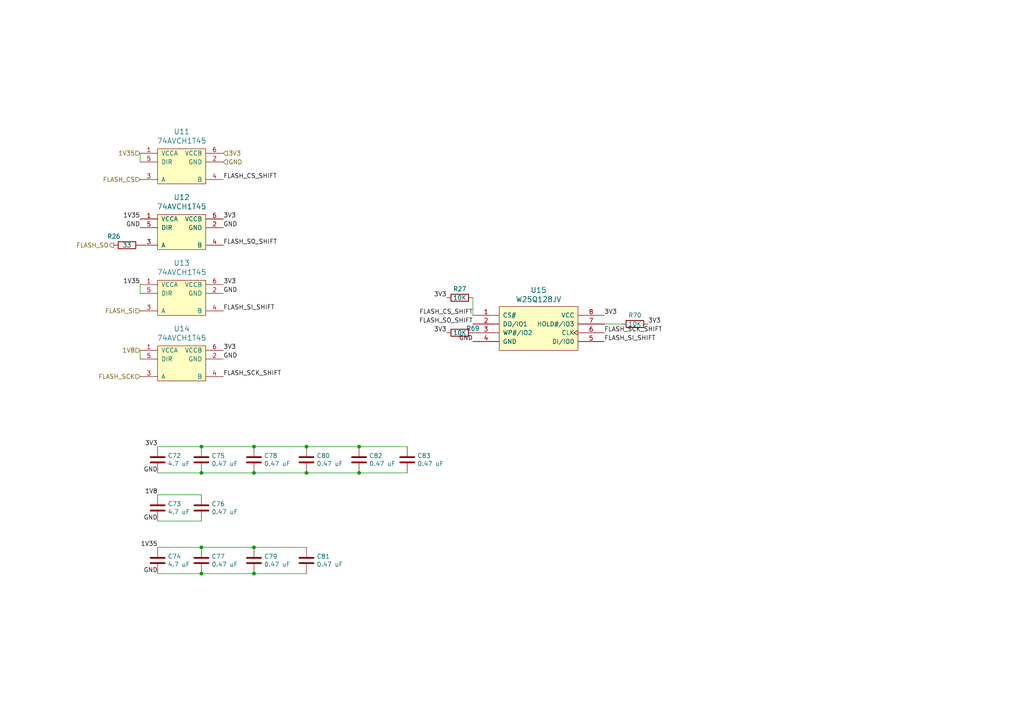
<source format=kicad_sch>
(kicad_sch (version 20211123) (generator eeschema)
  (paper "A4")
  (title_block (title "SATA sniffer") (date "2022-02-15") (rev "0.1") (comment 1 "Andrew D. Zonenberg") (comment 2 "FPGA boot flash and level shifting"))
  (lib_symbols
    (symbol "Device:C" (pin_numbers hide) (pin_names (offset 0.254))
      (property "Reference" "C" (at 0.635 2.54 0))
      (property "Value" "C" (at 0.635 -2.54 0))
      (symbol "C_0_1"
        (polyline (pts (xy -2.032 -0.762) (xy 2.032 -0.762)) (stroke (width 0.508)))
        (polyline (pts (xy -2.032 0.762) (xy 2.032 0.762)) (stroke (width 0.508)))
      )
      (symbol "C_1_1"
        (pin passive line (at 0 3.81 270) (length 2.794) (name "~") (number "1"))
        (pin passive line (at 0 -3.81 90) (length 2.794) (name "~") (number "2"))
      )
    )
    (symbol "Device:R" (pin_numbers hide) (pin_names (offset 0))
      (property "Reference" "R" (at 2.032 0 90))
      (property "Value" "R" (at 0 0 90))
      (symbol "R_0_1"
        (rectangle (start -1.016 -2.54) (end 1.016 2.54) (stroke (width 0.254)))
      )
      (symbol "R_1_1"
        (pin passive line (at 0 3.81 270) (length 1.27) (name "~") (number "1"))
        (pin passive line (at 0 -3.81 90) (length 1.27) (name "~") (number "2"))
      )
    )
    (symbol "memory-azonenberg:W25Q80BV" (pin_names (offset 1.016))
      (property "Reference" "U" (at 0 -1.27 0))
      (property "Value" "W25Q80BV" (at 0 -3.81 0))
      (symbol "W25Q80BV_0_1"
        (rectangle (start -11.43 12.7) (end 11.43 0) (fill (type background)))
      )
      (symbol "W25Q80BV_1_1"
        (pin input line (at -19.05 10.16 0) (length 7.62) (name "CS#") (number "1"))
        (pin bidirectional line (at -19.05 7.62 0) (length 7.62) (name "DO/IO1") (number "2"))
        (pin bidirectional line (at -19.05 5.08 0) (length 7.62) (name "WP#/IO2") (number "3"))
        (pin power_in line (at -19.05 2.54 0) (length 7.62) (name "GND") (number "4"))
        (pin bidirectional line (at 19.05 2.54 180) (length 7.62) (name "DI/IO0") (number "5"))
        (pin input clock (at 19.05 5.08 180) (length 7.62) (name "CLK") (number "6"))
        (pin bidirectional line (at 19.05 7.62 180) (length 7.62) (name "HOLD#/IO3") (number "7"))
        (pin power_in line (at 19.05 10.16 180) (length 7.62) (name "VCC") (number "8"))
      )
    )
    (symbol "special-azonenberg:74AVC1T45" (pin_names (offset 1.016))
      (property "Reference" "U" (at 0 -1.27 0))
      (property "Value" "74AVC1T45" (at 21.59 -1.27 0))
      (symbol "74AVC1T45_0_1"
        (rectangle (start 0 10.16) (end 13.97 0) (fill (type background)))
      )
      (symbol "74AVC1T45_1_1"
        (pin power_in line (at -5.08 8.89 0) (length 5.08) (name "VCCA") (number "1"))
        (pin power_in line (at 19.05 6.35 180) (length 5.08) (name "GND") (number "2"))
        (pin bidirectional line (at -5.08 1.27 0) (length 5.08) (name "A") (number "3"))
        (pin bidirectional line (at 19.05 1.27 180) (length 5.08) (name "B") (number "4"))
        (pin input line (at -5.08 6.35 0) (length 5.08) (name "DIR") (number "5"))
        (pin power_in line (at 19.05 8.89 180) (length 5.08) (name "VCCB") (number "6"))
      )
    )
  )
  (junction (at 104.14 129.54))
  (junction (at 73.66 158.75))
  (junction (at 58.42 158.75))
  (junction (at 58.42 137.16))
  (junction (at 88.9 137.16))
  (junction (at 73.66 137.16))
  (junction (at 73.66 166.37))
  (junction (at 88.9 129.54))
  (junction (at 58.42 129.54))
  (junction (at 73.66 129.54))
  (junction (at 104.14 137.16))
  (junction (at 58.42 166.37))
  (wire (pts (xy 45.72 166.37) (xy 58.42 166.37)))
  (wire (pts (xy 58.42 158.75) (xy 73.66 158.75)))
  (wire (pts (xy 45.72 129.54) (xy 58.42 129.54)))
  (wire (pts (xy 180.34 93.98) (xy 175.26 93.98)))
  (wire (pts (xy 104.14 129.54) (xy 118.11 129.54)))
  (wire (pts (xy 104.14 137.16) (xy 118.11 137.16)))
  (wire (pts (xy 58.42 137.16) (xy 73.66 137.16)))
  (wire (pts (xy 58.42 143.51) (xy 45.72 143.51)))
  (wire (pts (xy 73.66 129.54) (xy 88.9 129.54)))
  (wire (pts (xy 58.42 129.54) (xy 73.66 129.54)))
  (wire (pts (xy 73.66 166.37) (xy 88.9 166.37)))
  (wire (pts (xy 73.66 137.16) (xy 88.9 137.16)))
  (wire (pts (xy 45.72 158.75) (xy 58.42 158.75)))
  (wire (pts (xy 88.9 137.16) (xy 104.14 137.16)))
  (wire (pts (xy 58.42 166.37) (xy 73.66 166.37)))
  (wire (pts (xy 40.64 101.6) (xy 40.64 104.14)))
  (wire (pts (xy 73.66 158.75) (xy 88.9 158.75)))
  (wire (pts (xy 137.16 86.36) (xy 137.16 91.44)))
  (wire (pts (xy 40.64 44.45) (xy 40.64 46.99)))
  (wire (pts (xy 88.9 129.54) (xy 104.14 129.54)))
  (wire (pts (xy 40.64 82.55) (xy 40.64 85.09)))
  (wire (pts (xy 45.72 151.13) (xy 58.42 151.13)))
  (wire (pts (xy 45.72 137.16) (xy 58.42 137.16)))
  (label "1V35" (at 40.64 82.55 180))
  (label "GND" (at 137.16 99.06 180))
  (label "FLASH_SCK_SHIFT" (at 64.77 109.22 0))
  (label "FLASH_CS_SHIFT" (at 64.77 52.07 0))
  (label "GND" (at 64.77 66.04 0))
  (label "3V3" (at 64.77 101.6 0))
  (label "GND" (at 45.72 166.37 180))
  (label "1V35" (at 40.64 63.5 180))
  (label "FLASH_SO_SHIFT" (at 137.16 93.98 180))
  (label "1V8" (at 45.72 143.51 180))
  (label "GND" (at 45.72 137.16 180))
  (label "GND" (at 45.72 151.13 180))
  (label "FLASH_SCK_SHIFT" (at 175.26 96.52 0))
  (label "3V3" (at 129.54 96.52 180))
  (label "3V3" (at 64.77 82.55 0))
  (label "FLASH_SI_SHIFT" (at 175.26 99.06 0))
  (label "3V3" (at 187.96 93.98 0))
  (label "FLASH_SO_SHIFT" (at 64.77 71.12 0))
  (label "1V35" (at 45.72 158.75 180))
  (label "GND" (at 40.64 66.04 180))
  (label "3V3" (at 45.72 129.54 180))
  (label "GND" (at 64.77 85.09 0))
  (label "FLASH_CS_SHIFT" (at 137.16 91.44 180))
  (label "GND" (at 64.77 104.14 0))
  (label "3V3" (at 64.77 63.5 0))
  (label "3V3" (at 175.26 91.44 0))
  (label "3V3" (at 129.54 86.36 180))
  (label "FLASH_SI_SHIFT" (at 64.77 90.17 0))
  (hierarchical_label "GND" (shape input) (at 64.77 46.99 0))
  (hierarchical_label "1V35" (shape input) (at 40.64 44.45 180))
  (hierarchical_label "FLASH_SO" (shape output) (at 33.02 71.12 180))
  (hierarchical_label "1V8" (shape input) (at 40.64 101.6 180))
  (hierarchical_label "FLASH_SI" (shape input) (at 40.64 90.17 180))
  (hierarchical_label "3V3" (shape input) (at 64.77 44.45 0))
  (hierarchical_label "FLASH_CS" (shape input) (at 40.64 52.07 180))
  (hierarchical_label "FLASH_SCK" (shape input) (at 40.64 109.22 180))
  (symbol (lib_id "memory-azonenberg:W25Q80BV") (at 156.21 101.6 0) (unit 1)
    (property "Reference" "U15" (at 156.21 84.1502 0) (effects (font (size 1.524 1.524))))
    (property "Value" "W25Q128JV" (at 156.21 86.8426 0) (effects (font (size 1.524 1.524))))
    (property "Footprint" "azonenberg_pcb:DFN_8_1.27MM_6x5MM" (effects hide))
  )
  (symbol (lib_id "special-azonenberg:74AVC1T45") (at 45.72 53.34 0) (unit 1)
    (property "Reference" "U11" (at 52.705 38.1762 0) (effects (font (size 1.524 1.524))))
    (property "Value" "74AVCH1T45" (at 52.705 40.8686 0) (effects (font (size 1.524 1.524))))
    (property "Footprint" "azonenberg_pcb:DFN_6_0.5MM_1.45x1.00MM" (effects hide))
  )
  (symbol (lib_id "special-azonenberg:74AVC1T45") (at 45.72 72.39 0) (unit 1)
    (property "Reference" "U12" (at 52.705 57.2262 0) (effects (font (size 1.524 1.524))))
    (property "Value" "74AVCH1T45" (at 52.705 59.9186 0) (effects (font (size 1.524 1.524))))
    (property "Footprint" "azonenberg_pcb:DFN_6_0.5MM_1.45x1.00MM" (effects hide))
  )
  (symbol (lib_id "special-azonenberg:74AVC1T45") (at 45.72 91.44 0) (unit 1)
    (property "Reference" "U13" (at 52.705 76.2762 0) (effects (font (size 1.524 1.524))))
    (property "Value" "74AVCH1T45" (at 52.705 78.9686 0) (effects (font (size 1.524 1.524))))
    (property "Footprint" "azonenberg_pcb:DFN_6_0.5MM_1.45x1.00MM" (effects hide))
  )
  (symbol (lib_id "special-azonenberg:74AVC1T45") (at 45.72 110.49 0) (unit 1)
    (property "Reference" "U14" (at 52.705 95.3262 0) (effects (font (size 1.524 1.524))))
    (property "Value" "74AVCH1T45" (at 52.705 98.0186 0) (effects (font (size 1.524 1.524))))
    (property "Footprint" "azonenberg_pcb:DFN_6_0.5MM_1.45x1.00MM" (effects hide))
  )
  (symbol (lib_id "Device:R") (at 36.83 71.12 270) (unit 1)
    (property "Reference" "R26" (at 33.02 68.58 90))
    (property "Value" "33" (at 36.83 71.12 90))
    (property "Footprint" "azonenberg_pcb:EIA_0402_RES_NOSILK" (effects hide))
  )
  (symbol (lib_id "Device:C") (at 45.72 133.35 0) (unit 1)
    (property "Reference" "C72" (at 48.641 132.1816 0) (effects (justify left)))
    (property "Value" "4.7 uF" (at 48.641 134.493 0) (effects (justify left)))
    (property "Footprint" "azonenberg_pcb:EIA_0603_CAP_NOSILK" (effects hide))
  )
  (symbol (lib_id "Device:C") (at 45.72 147.32 0) (unit 1)
    (property "Reference" "C73" (at 48.641 146.1516 0) (effects (justify left)))
    (property "Value" "4.7 uF" (at 48.641 148.463 0) (effects (justify left)))
    (property "Footprint" "azonenberg_pcb:EIA_0603_CAP_NOSILK" (effects hide))
  )
  (symbol (lib_id "Device:C") (at 45.72 162.56 0) (unit 1)
    (property "Reference" "C74" (at 48.641 161.3916 0) (effects (justify left)))
    (property "Value" "4.7 uF" (at 48.641 163.703 0) (effects (justify left)))
    (property "Footprint" "azonenberg_pcb:EIA_0603_CAP_NOSILK" (effects hide))
  )
  (symbol (lib_id "Device:C") (at 58.42 133.35 0) (unit 1)
    (property "Reference" "C75" (at 61.341 132.1816 0) (effects (justify left)))
    (property "Value" "0.47 uF" (at 61.341 134.493 0) (effects (justify left)))
    (property "Footprint" "azonenberg_pcb:EIA_0402_CAP_NOSILK" (effects hide))
  )
  (symbol (lib_id "Device:C") (at 73.66 133.35 0) (unit 1)
    (property "Reference" "C78" (at 76.581 132.1816 0) (effects (justify left)))
    (property "Value" "0.47 uF" (at 76.581 134.493 0) (effects (justify left)))
    (property "Footprint" "azonenberg_pcb:EIA_0402_CAP_NOSILK" (effects hide))
  )
  (symbol (lib_id "Device:C") (at 88.9 133.35 0) (unit 1)
    (property "Reference" "C80" (at 91.821 132.1816 0) (effects (justify left)))
    (property "Value" "0.47 uF" (at 91.821 134.493 0) (effects (justify left)))
    (property "Footprint" "azonenberg_pcb:EIA_0402_CAP_NOSILK" (effects hide))
  )
  (symbol (lib_id "Device:C") (at 104.14 133.35 0) (unit 1)
    (property "Reference" "C82" (at 107.061 132.1816 0) (effects (justify left)))
    (property "Value" "0.47 uF" (at 107.061 134.493 0) (effects (justify left)))
    (property "Footprint" "azonenberg_pcb:EIA_0402_CAP_NOSILK" (effects hide))
  )
  (symbol (lib_id "Device:C") (at 118.11 133.35 0) (unit 1)
    (property "Reference" "C83" (at 121.031 132.1816 0) (effects (justify left)))
    (property "Value" "0.47 uF" (at 121.031 134.493 0) (effects (justify left)))
    (property "Footprint" "azonenberg_pcb:EIA_0402_CAP_NOSILK" (effects hide))
  )
  (symbol (lib_id "Device:C") (at 58.42 147.32 0) (unit 1)
    (property "Reference" "C76" (at 61.341 146.1516 0) (effects (justify left)))
    (property "Value" "0.47 uF" (at 61.341 148.463 0) (effects (justify left)))
    (property "Footprint" "azonenberg_pcb:EIA_0402_CAP_NOSILK" (effects hide))
  )
  (symbol (lib_id "Device:C") (at 58.42 162.56 0) (unit 1)
    (property "Reference" "C77" (at 61.341 161.3916 0) (effects (justify left)))
    (property "Value" "0.47 uF" (at 61.341 163.703 0) (effects (justify left)))
    (property "Footprint" "azonenberg_pcb:EIA_0402_CAP_NOSILK" (effects hide))
  )
  (symbol (lib_id "Device:C") (at 73.66 162.56 0) (unit 1)
    (property "Reference" "C79" (at 76.581 161.3916 0) (effects (justify left)))
    (property "Value" "0.47 uF" (at 76.581 163.703 0) (effects (justify left)))
    (property "Footprint" "azonenberg_pcb:EIA_0402_CAP_NOSILK" (effects hide))
  )
  (symbol (lib_id "Device:C") (at 88.9 162.56 0) (unit 1)
    (property "Reference" "C81" (at 91.821 161.3916 0) (effects (justify left)))
    (property "Value" "0.47 uF" (at 91.821 163.703 0) (effects (justify left)))
    (property "Footprint" "azonenberg_pcb:EIA_0402_CAP_NOSILK" (effects hide))
  )
  (symbol (lib_id "Device:R") (at 133.35 86.36 270) (unit 1)
    (property "Reference" "R27" (at 133.35 83.82 90))
    (property "Value" "10K" (at 133.35 86.36 90))
    (property "Footprint" "azonenberg_pcb:EIA_0402_RES_NOSILK" (effects hide))
  )
  (symbol (lib_id "Device:R") (at 184.15 93.98 270) (unit 1)
    (property "Reference" "R70" (at 184.15 91.44 90))
    (property "Value" "10K" (at 184.15 93.98 90))
    (property "Footprint" "azonenberg_pcb:EIA_0402_RES_NOSILK" (effects hide))
  )
  (symbol (lib_id "Device:R") (at 133.35 96.52 270) (unit 1)
    (property "Reference" "R69" (at 137.16 95.25 90))
    (property "Value" "10K" (at 133.35 96.52 90))
    (property "Footprint" "azonenberg_pcb:EIA_0402_RES_NOSILK" (effects hide))
  )
)
</source>
